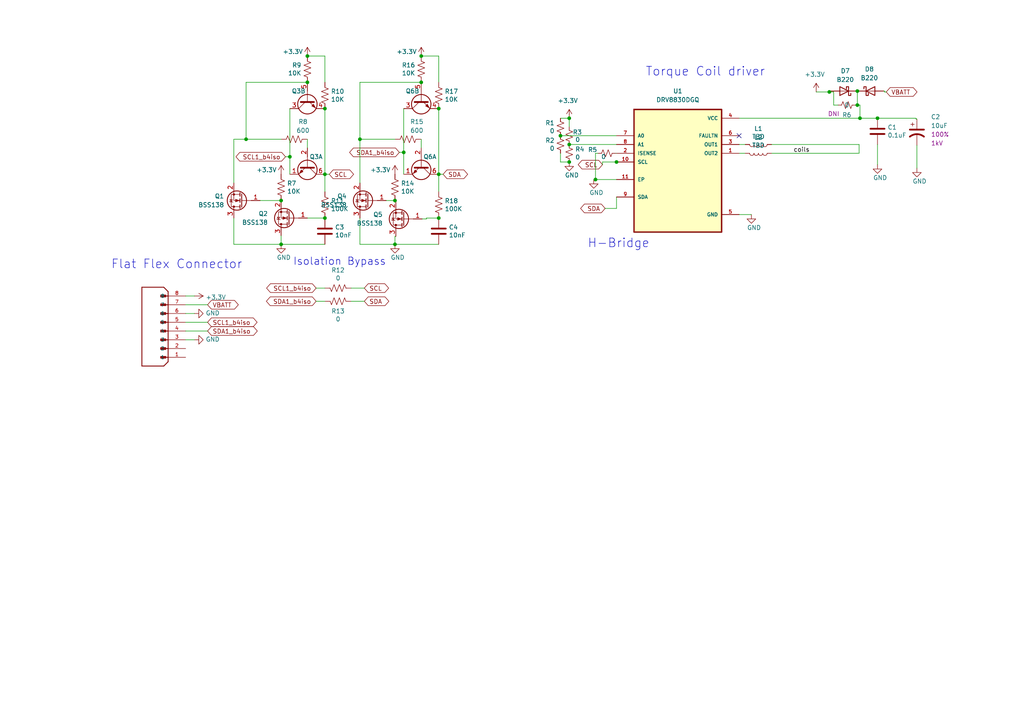
<source format=kicad_sch>
(kicad_sch (version 20230121) (generator eeschema)
  (paper "A4")
  (lib_symbols
    (symbol "Connector8_0530470810:0530470810" (pin_names (offset 1.016))
      (property "Reference" "J" (at 0 11.43 0))
      (property "Value" "0530470810" (at 0 -15.24 0))
      (symbol "0530470810_0_0"
        (polyline (pts (xy 0 -11.43) (xy 1.27 -12.7)) (stroke (width 0.254)))
        (polyline (pts (xy 0 -10.16) (xy 1.905 -10.16)) (stroke (width 0.254)))
        (polyline (pts (xy 0 -7.62) (xy 1.905 -7.62)) (stroke (width 0.254)))
        (polyline (pts (xy 0 -5.08) (xy 1.905 -5.08)) (stroke (width 0.254)))
        (polyline (pts (xy 0 -2.54) (xy 1.905 -2.54)) (stroke (width 0.254)))
        (polyline (pts (xy 0 0) (xy 1.905 0)) (stroke (width 0.254)))
        (polyline (pts (xy 0 2.54) (xy 1.905 2.54)) (stroke (width 0.254)))
        (polyline (pts (xy 0 5.08) (xy 1.905 5.08)) (stroke (width 0.254)))
        (polyline (pts (xy 0 7.62) (xy 0 -11.43)) (stroke (width 0.254)))
        (polyline (pts (xy 0 7.62) (xy 1.905 7.62)) (stroke (width 0.254)))
        (polyline (pts (xy 0 8.89) (xy 0 7.62)) (stroke (width 0.254)))
        (polyline (pts (xy 0 8.89) (xy 1.27 10.16)) (stroke (width 0.254)))
        (polyline (pts (xy 1.27 -12.7) (xy 7.62 -12.7)) (stroke (width 0.254)))
        (polyline (pts (xy 7.62 -12.7) (xy 7.62 10.16)) (stroke (width 0.254)))
        (polyline (pts (xy 7.62 10.16) (xy 1.27 10.16)) (stroke (width 0.254)))
        (rectangle (start 0.635 -10.4775) (end 2.2225 -9.8425) (stroke (width 0.1)) (fill (type outline)))
        (rectangle (start 0.635 -7.9375) (end 2.2225 -7.3025) (stroke (width 0.1)) (fill (type outline)))
        (rectangle (start 0.635 -5.3975) (end 2.2225 -4.7625) (stroke (width 0.1)) (fill (type outline)))
        (rectangle (start 0.635 -2.8575) (end 2.2225 -2.2225) (stroke (width 0.1)) (fill (type outline)))
        (rectangle (start 0.635 -0.3175) (end 2.2225 0.3175) (stroke (width 0.1)) (fill (type outline)))
        (rectangle (start 0.635 2.2225) (end 2.2225 2.8575) (stroke (width 0.1)) (fill (type outline)))
        (rectangle (start 0.635 4.7625) (end 2.2225 5.3975) (stroke (width 0.1)) (fill (type outline)))
        (rectangle (start 0.635 7.3025) (end 2.2225 7.9375) (stroke (width 0.1)) (fill (type outline)))
        (pin passive line (at -5.08 7.62 0) (length 5.08) (name "1") (number "1"))
        (pin passive line (at -5.08 5.08 0) (length 5.08) (name "2") (number "2"))
        (pin passive line (at -5.08 2.54 0) (length 5.08) (name "3") (number "3"))
        (pin passive line (at -5.08 0 0) (length 5.08) (name "4") (number "4"))
        (pin passive line (at -5.08 -2.54 0) (length 5.08) (name "5") (number "5"))
        (pin passive line (at -5.08 -5.08 0) (length 5.08) (name "6") (number "6"))
        (pin passive line (at -5.08 -7.62 0) (length 5.08) (name "7") (number "7"))
        (pin passive line (at -5.08 -10.16 0) (length 5.08) (name "8") (number "8"))
      )
    )
    (symbol "DRV8830DGQ:DRV8830DGQ" (pin_names (offset 1.016))
      (property "Reference" "U" (at -12.7 18.78 0))
      (property "Value" "DRV8830DGQ" (at -12.7 -21.78 0))
      (symbol "DRV8830DGQ_0_0"
        (rectangle (start -12.7 -17.78) (end 12.7 17.78) (stroke (width 0.41)) (fill (type background)))
        (pin output line (at 17.78 5.08 180) (length 5.08) (name "OUT2") (number "1"))
        (pin input line (at -17.78 2.54 0) (length 5.08) (name "SCL") (number "10"))
        (pin bidirectional line (at -17.78 -2.54 0) (length 5.08) (name "EP") (number "11"))
        (pin input line (at -17.78 5.08 0) (length 5.08) (name "ISENSE") (number "2"))
        (pin output line (at 17.78 7.62 180) (length 5.08) (name "OUT1") (number "3"))
        (pin power_in line (at 17.78 15.24 180) (length 5.08) (name "VCC") (number "4"))
        (pin power_in line (at 17.78 -12.7 180) (length 5.08) (name "GND") (number "5"))
        (pin output line (at 17.78 10.16 180) (length 5.08) (name "FAULTN") (number "6"))
        (pin input line (at -17.78 10.16 0) (length 5.08) (name "A0") (number "7"))
        (pin input line (at -17.78 7.62 0) (length 5.08) (name "A1") (number "8"))
        (pin bidirectional line (at -17.78 -7.62 0) (length 5.08) (name "SDA") (number "9"))
      )
    )
    (symbol "Device:C" (pin_numbers hide) (pin_names (offset 0.254))
      (property "Reference" "C" (at 0.635 2.54 0))
      (property "Value" "C" (at 0.635 -2.54 0))
      (symbol "C_0_1"
        (polyline (pts (xy -2.032 -0.762) (xy 2.032 -0.762)) (stroke (width 0.508)))
        (polyline (pts (xy -2.032 0.762) (xy 2.032 0.762)) (stroke (width 0.508)))
      )
      (symbol "C_1_1"
        (pin passive line (at 0 3.81 270) (length 2.794) (name "~") (number "1"))
        (pin passive line (at 0 -3.81 90) (length 2.794) (name "~") (number "2"))
      )
    )
    (symbol "Device:L" (pin_numbers hide) (pin_names (offset 1.016) hide)
      (property "Reference" "L" (at -1.27 0 90))
      (property "Value" "L" (at 1.905 0 90))
      (symbol "L_0_1"
        (arc (start 0 -2.54) (mid 0.6323 -1.905) (end 0 -1.27))
        (arc (start 0 -1.27) (mid 0.6323 -0.635) (end 0 0))
        (arc (start 0 0) (mid 0.6323 0.635) (end 0 1.27))
        (arc (start 0 1.27) (mid 0.6323 1.905) (end 0 2.54))
      )
      (symbol "L_1_1"
        (pin passive line (at 0 3.81 270) (length 1.27) (name "1") (number "1"))
        (pin passive line (at 0 -3.81 90) (length 1.27) (name "2") (number "2"))
      )
    )
    (symbol "Device:R_Small_US" (pin_numbers hide) (pin_names (offset 0.254) hide)
      (property "Reference" "R" (at 0.762 0.508 0))
      (property "Value" "R_Small_US" (at 0.762 -1.016 0))
      (symbol "R_Small_US_1_1"
        (polyline (pts (xy 0 0) (xy 1.016 -0.381) (xy 0 -0.762) (xy -1.016 -1.143) (xy 0 -1.524)))
        (polyline (pts (xy 0 1.524) (xy 1.016 1.143) (xy 0 0.762) (xy -1.016 0.381) (xy 0 0)))
        (pin passive line (at 0 2.54 270) (length 1.016) (name "~") (number "1"))
        (pin passive line (at 0 -2.54 90) (length 1.016) (name "~") (number "2"))
      )
    )
    (symbol "Device:R_US" (pin_numbers hide) (pin_names (offset 0))
      (property "Reference" "R" (at 2.54 0 90))
      (property "Value" "R_US" (at -2.54 0 90))
      (symbol "R_US_0_1"
        (polyline (pts (xy 0 -2.286) (xy 0 -2.54)))
        (polyline (pts (xy 0 2.286) (xy 0 2.54)))
        (polyline (pts (xy 0 -0.762) (xy 1.016 -1.143) (xy 0 -1.524) (xy -1.016 -1.905) (xy 0 -2.286)))
        (polyline (pts (xy 0 0.762) (xy 1.016 0.381) (xy 0 0) (xy -1.016 -0.381) (xy 0 -0.762)))
        (polyline (pts (xy 0 2.286) (xy 1.016 1.905) (xy 0 1.524) (xy -1.016 1.143) (xy 0 0.762)))
      )
      (symbol "R_US_1_1"
        (pin passive line (at 0 3.81 270) (length 1.27) (name "~") (number "1"))
        (pin passive line (at 0 -3.81 90) (length 1.27) (name "~") (number "2"))
      )
    )
    (symbol "Diode:B220" (pin_numbers hide) (pin_names (offset 1.016) hide)
      (property "Reference" "D" (at 0 2.54 0))
      (property "Value" "B220" (at 0 -2.54 0))
      (symbol "B220_0_1"
        (polyline (pts (xy 1.27 0) (xy -1.27 0)))
        (polyline (pts (xy 1.27 1.27) (xy 1.27 -1.27) (xy -1.27 0) (xy 1.27 1.27)) (stroke (width 0.254)))
        (polyline (pts (xy -1.905 0.635) (xy -1.905 1.27) (xy -1.27 1.27) (xy -1.27 -1.27) (xy -0.635 -1.27) (xy -0.635 -0.635)) (stroke (width 0.254)))
      )
      (symbol "B220_1_1"
        (pin passive line (at -3.81 0 0) (length 2.54) (name "K") (number "1"))
        (pin passive line (at 3.81 0 180) (length 2.54) (name "A") (number "2"))
      )
    )
    (symbol "SparkFun-Capacitor:C_Polarized" (pin_numbers hide) (pin_names (offset 0.254) hide)
      (property "Reference" "C" (at 0.635 2.54 0))
      (property "Value" "C_Polarized" (at 0.635 -2.54 0))
      (property "Tolerance" "100%" (at 0 -10.16 0))
      (property "Voltage" "1kV" (at 0 -7.62 0))
      (symbol "C_Polarized_0_1"
        (polyline (pts (xy -2.032 0.762) (xy 2.032 0.762)) (stroke (width 0.508)))
        (polyline (pts (xy -1.778 2.286) (xy -0.762 2.286)))
        (polyline (pts (xy -1.27 1.778) (xy -1.27 2.794)))
        (arc (start 2.032 -1.27) (mid 0 -0.5572) (end -2.032 -1.27) (stroke (width 0.508)))
      )
      (symbol "C_Polarized_1_1"
        (pin passive line (at 0 3.81 270) (length 2.794) (name "~") (number "1"))
        (pin passive line (at 0 -3.81 90) (length 3.302) (name "~") (number "2"))
      )
    )
    (symbol "Transistor_BJT:MBT2222ADW1T1" (pin_names (offset 0) hide)
      (property "Reference" "Q" (at 5.08 1.27 0))
      (property "Value" "MBT2222ADW1T1" (at 5.08 -1.27 0))
      (symbol "MBT2222ADW1T1_0_1"
        (polyline (pts (xy 0.635 0) (xy -2.54 0)))
        (polyline (pts (xy 0.635 0.635) (xy 2.54 2.54)))
        (polyline (pts (xy 0.635 -0.635) (xy 2.54 -2.54) (xy 2.54 -2.54)))
        (polyline (pts (xy 0.635 1.905) (xy 0.635 -1.905) (xy 0.635 -1.905)) (stroke (width 0.508)))
        (polyline (pts (xy 1.27 -1.778) (xy 1.778 -1.27) (xy 2.286 -2.286) (xy 1.27 -1.778) (xy 1.27 -1.778)) (fill (type outline)))
        (circle (center 1.27 0) (radius 2.8194) (stroke (width 0.254)))
      )
      (symbol "MBT2222ADW1T1_1_1"
        (pin passive line (at 2.54 -5.08 90) (length 2.54) (name "E1") (number "1"))
        (pin input line (at -5.08 0 0) (length 2.54) (name "B1") (number "2"))
        (pin passive line (at 2.54 5.08 270) (length 2.54) (name "C1") (number "6"))
      )
      (symbol "MBT2222ADW1T1_2_1"
        (pin passive line (at 2.54 5.08 270) (length 2.54) (name "C2") (number "3"))
        (pin passive line (at 2.54 -5.08 90) (length 2.54) (name "E2") (number "4"))
        (pin input line (at -5.08 0 0) (length 2.54) (name "B2") (number "5"))
      )
    )
    (symbol "Transistor_FET:BSS138" (pin_names hide)
      (property "Reference" "Q" (at 5.08 1.905 0))
      (property "Value" "BSS138" (at 5.08 0 0))
      (symbol "BSS138_0_1"
        (polyline (pts (xy 0.254 0) (xy -2.54 0)))
        (polyline (pts (xy 0.254 1.905) (xy 0.254 -1.905)) (stroke (width 0.254)))
        (polyline (pts (xy 0.762 -1.27) (xy 0.762 -2.286)) (stroke (width 0.254)))
        (polyline (pts (xy 0.762 0.508) (xy 0.762 -0.508)) (stroke (width 0.254)))
        (polyline (pts (xy 0.762 2.286) (xy 0.762 1.27)) (stroke (width 0.254)))
        (polyline (pts (xy 2.54 2.54) (xy 2.54 1.778)))
        (polyline (pts (xy 2.54 -2.54) (xy 2.54 0) (xy 0.762 0)))
        (polyline (pts (xy 0.762 -1.778) (xy 3.302 -1.778) (xy 3.302 1.778) (xy 0.762 1.778)))
        (polyline (pts (xy 1.016 0) (xy 2.032 0.381) (xy 2.032 -0.381) (xy 1.016 0)) (fill (type outline)))
        (polyline (pts (xy 2.794 0.508) (xy 2.921 0.381) (xy 3.683 0.381) (xy 3.81 0.254)))
        (polyline (pts (xy 3.302 0.381) (xy 2.921 -0.254) (xy 3.683 -0.254) (xy 3.302 0.381)))
        (circle (center 1.651 0) (radius 2.794) (stroke (width 0.254)))
        (circle (center 2.54 -1.778) (radius 0.254) (fill (type outline)))
        (circle (center 2.54 1.778) (radius 0.254) (fill (type outline)))
      )
      (symbol "BSS138_1_1"
        (pin input line (at -5.08 0 0) (length 2.54) (name "G") (number "1"))
        (pin passive line (at 2.54 -5.08 90) (length 2.54) (name "S") (number "2"))
        (pin passive line (at 2.54 5.08 270) (length 2.54) (name "D") (number "3"))
      )
    )
    (symbol "power:+3.3V" (power) (pin_names (offset 0))
      (property "Value" "+3.3V" (at 0 3.556 0))
      (symbol "+3.3V_0_1"
        (polyline (pts (xy -0.762 1.27) (xy 0 2.54)))
        (polyline (pts (xy 0 0) (xy 0 2.54)))
        (polyline (pts (xy 0 2.54) (xy 0.762 1.27)))
      )
      (symbol "+3.3V_1_1"
        (pin power_in line (at 0 0 90) (length 0) hide (name "+3.3V") (number "1"))
      )
    )
    (symbol "power:GND" (power) (pin_names (offset 0))
      (property "Value" "GND" (at 0 -3.81 0))
      (symbol "GND_0_1"
        (polyline (pts (xy 0 0) (xy 0 -1.27) (xy 1.27 -1.27) (xy 0 -2.54) (xy -1.27 -1.27) (xy 0 -1.27)))
      )
      (symbol "GND_1_1"
        (pin power_in line (at 0 0 270) (length 0) hide (name "GND") (number "1"))
      )
    )
  )
  (junction (at 162.56 39.37))
  (junction (at 81.534 70.866))
  (junction (at 81.534 58.166))
  (junction (at 114.554 70.866))
  (junction (at 89.154 16.256))
  (junction (at 117.094 44.196))
  (junction (at 84.074 45.466))
  (junction (at 127.254 63.246))
  (junction (at 71.374 40.386))
  (junction (at 165.1 41.91))
  (junction (at 94.234 50.546))
  (junction (at 127.254 50.546))
  (junction (at 114.554 58.166))
  (junction (at 122.174 16.256))
  (junction (at 122.174 23.876))
  (junction (at 178.816 46.99))
  (junction (at 249.428 34.29))
  (junction (at 94.234 31.496))
  (junction (at 165.1 46.99))
  (junction (at 104.394 40.386))
  (junction (at 127.254 31.496))
  (junction (at 248.666 26.416))
  (junction (at 172.72 52.07))
  (junction (at 240.538 26.67))
  (junction (at 254.508 34.29))
  (junction (at 94.234 63.246))
  (junction (at 89.154 23.876))
  (junction (at 165.1 34.29))
  (junction (at 248.666 30.48))
  (no_connect (at 214.376 39.37))
  (wire (pts (xy 104.394 23.876) (xy 122.174 23.876)))
  (wire (pts (xy 249.174 41.91) (xy 249.174 44.45)))
  (wire (pts (xy 175.514 60.452) (xy 178.816 60.452)))
  (wire (pts (xy 114.808 68.58) (xy 114.554 68.58)))
  (wire (pts (xy 254.508 41.91) (xy 254.508 47.752)))
  (wire (pts (xy 53.848 90.932) (xy 56.388 90.932)))
  (wire (pts (xy 256.54 26.416) (xy 256.54 26.67)))
  (wire (pts (xy 81.534 70.866) (xy 81.534 68.326)))
  (wire (pts (xy 248.158 30.48) (xy 248.666 30.48)))
  (wire (pts (xy 67.818 70.866) (xy 81.534 70.866)))
  (wire (pts (xy 162.56 46.99) (xy 165.1 46.99)))
  (wire (pts (xy 265.684 34.544) (xy 265.938 34.544)))
  (wire (pts (xy 127.254 16.256) (xy 122.174 16.256)))
  (wire (pts (xy 67.818 40.386) (xy 71.374 40.386)))
  (wire (pts (xy 214.376 41.91) (xy 216.154 41.91)))
  (wire (pts (xy 84.074 31.496) (xy 84.074 45.466)))
  (wire (pts (xy 223.774 41.91) (xy 249.174 41.91)))
  (wire (pts (xy 115.824 44.196) (xy 117.094 44.196)))
  (wire (pts (xy 174.752 46.99) (xy 174.752 47.752)))
  (wire (pts (xy 94.234 31.496) (xy 94.234 50.546)))
  (wire (pts (xy 128.524 50.546) (xy 127.254 50.546)))
  (wire (pts (xy 53.848 85.852) (xy 56.388 85.852)))
  (wire (pts (xy 172.72 52.07) (xy 178.816 52.07)))
  (wire (pts (xy 105.664 83.566) (xy 101.854 83.566)))
  (wire (pts (xy 84.074 45.466) (xy 84.074 50.546)))
  (wire (pts (xy 82.804 45.466) (xy 84.074 45.466)))
  (wire (pts (xy 214.376 62.23) (xy 217.932 62.23)))
  (wire (pts (xy 241.046 26.416) (xy 240.538 26.416)))
  (wire (pts (xy 104.394 53.086) (xy 104.394 40.386)))
  (wire (pts (xy 172.212 52.07) (xy 172.72 52.07)))
  (wire (pts (xy 122.428 63.5) (xy 123.698 63.5)))
  (wire (pts (xy 94.234 83.566) (xy 91.694 83.566)))
  (wire (pts (xy 53.848 93.472) (xy 60.198 93.472)))
  (wire (pts (xy 117.094 31.496) (xy 117.094 44.196)))
  (wire (pts (xy 165.1 41.91) (xy 178.816 41.91)))
  (wire (pts (xy 178.562 44.45) (xy 178.816 44.45)))
  (wire (pts (xy 114.554 58.166) (xy 112.014 58.166)))
  (wire (pts (xy 89.154 63.246) (xy 94.234 63.246)))
  (wire (pts (xy 214.376 34.29) (xy 249.428 34.29)))
  (wire (pts (xy 94.234 23.876) (xy 94.234 16.256)))
  (wire (pts (xy 53.848 88.392) (xy 60.198 88.392)))
  (wire (pts (xy 178.816 60.452) (xy 178.816 57.15)))
  (wire (pts (xy 162.56 44.45) (xy 162.56 46.99)))
  (wire (pts (xy 123.698 63.5) (xy 123.698 63.246)))
  (wire (pts (xy 127.254 31.496) (xy 127.254 50.546)))
  (wire (pts (xy 94.234 87.376) (xy 91.694 87.376)))
  (wire (pts (xy 53.848 98.552) (xy 56.388 98.552)))
  (wire (pts (xy 104.394 40.386) (xy 104.394 23.876)))
  (wire (pts (xy 114.554 40.386) (xy 104.394 40.386)))
  (wire (pts (xy 122.174 42.926) (xy 122.174 40.386)))
  (wire (pts (xy 240.538 26.416) (xy 240.538 26.67)))
  (wire (pts (xy 165.1 34.29) (xy 162.56 34.29)))
  (wire (pts (xy 71.374 23.876) (xy 71.374 40.386)))
  (wire (pts (xy 81.534 40.386) (xy 71.374 40.386)))
  (wire (pts (xy 95.504 50.546) (xy 94.234 50.546)))
  (wire (pts (xy 243.078 30.48) (xy 241.808 30.48)))
  (wire (pts (xy 127.254 55.626) (xy 127.254 50.546)))
  (wire (pts (xy 256.286 26.416) (xy 256.54 26.416)))
  (wire (pts (xy 214.376 44.45) (xy 216.154 44.45)))
  (wire (pts (xy 236.728 26.67) (xy 240.538 26.67)))
  (wire (pts (xy 53.848 96.012) (xy 60.198 96.012)))
  (wire (pts (xy 94.234 55.626) (xy 94.234 50.546)))
  (wire (pts (xy 162.56 39.37) (xy 178.816 39.37)))
  (wire (pts (xy 265.684 34.29) (xy 254.508 34.29)))
  (wire (pts (xy 240.538 26.67) (xy 241.808 26.67)))
  (wire (pts (xy 249.428 30.48) (xy 249.428 34.29)))
  (wire (pts (xy 241.808 30.48) (xy 241.808 26.67)))
  (wire (pts (xy 114.808 58.166) (xy 114.554 58.166)))
  (wire (pts (xy 75.438 58.166) (xy 81.534 58.166)))
  (wire (pts (xy 165.1 36.83) (xy 165.1 34.29)))
  (wire (pts (xy 89.154 42.926) (xy 89.154 40.386)))
  (wire (pts (xy 256.54 26.67) (xy 257.048 26.67)))
  (wire (pts (xy 127.254 70.866) (xy 114.554 70.866)))
  (wire (pts (xy 265.684 34.544) (xy 265.684 34.29)))
  (wire (pts (xy 81.534 70.866) (xy 94.234 70.866)))
  (wire (pts (xy 127.254 23.876) (xy 127.254 16.256)))
  (wire (pts (xy 71.374 23.876) (xy 89.154 23.876)))
  (wire (pts (xy 94.234 16.256) (xy 89.154 16.256)))
  (wire (pts (xy 105.664 87.376) (xy 101.854 87.376)))
  (wire (pts (xy 104.394 70.866) (xy 114.554 70.866)))
  (wire (pts (xy 114.808 58.42) (xy 114.808 58.166)))
  (wire (pts (xy 248.666 26.416) (xy 248.666 30.48)))
  (wire (pts (xy 178.816 46.99) (xy 174.752 46.99)))
  (wire (pts (xy 123.698 63.246) (xy 127.254 63.246)))
  (wire (pts (xy 248.666 30.48) (xy 249.428 30.48)))
  (wire (pts (xy 265.938 42.164) (xy 265.938 48.768)))
  (wire (pts (xy 172.72 44.45) (xy 172.72 52.07)))
  (wire (pts (xy 67.818 63.246) (xy 67.818 70.866)))
  (wire (pts (xy 172.72 44.45) (xy 173.482 44.45)))
  (wire (pts (xy 249.428 34.29) (xy 254.508 34.29)))
  (wire (pts (xy 117.094 44.196) (xy 117.094 50.546)))
  (wire (pts (xy 179.07 46.99) (xy 178.816 46.99)))
  (wire (pts (xy 249.174 44.45) (xy 223.774 44.45)))
  (wire (pts (xy 114.554 68.58) (xy 114.554 70.866)))
  (wire (pts (xy 104.394 63.246) (xy 104.394 70.866)))
  (wire (pts (xy 67.818 53.086) (xy 67.818 40.386)))
  (text "Flat Flex Connector" (at 70.358 78.232 0) (effects (font (size 2.54 2.54)) (justify right bottom)))
  (text "H-Bridge" (at 188.468 72.136 0) (effects (font (size 2.54 2.54)) (justify right bottom)))
  (text "Isolation Bypass" (at 112.014 77.216 0) (effects (font (size 2.159 2.159)) (justify right bottom)))
  (text "Torque Coil driver\n" (at 187.198 22.352 0) (effects (font (size 2.54 2.54)) (justify left bottom)))
  (label "coils" (at 230.124 44.45 0))
  (global_label "SCL1_b4iso" (shape bidirectional) (at 60.198 93.472 0) (property "Intersheetrefs" "${INTERSHEET_REFS}" (effects hide)))
  (global_label "SCL" (shape bidirectional) (at 95.504 50.546 0) (property "Intersheetrefs" "${INTERSHEET_REFS}" (effects hide)))
  (global_label "SDA1_b4iso" (shape bidirectional) (at 91.694 87.376 180) (property "Intersheetrefs" "${INTERSHEET_REFS}" (effects hide)))
  (global_label "VBATT" (shape bidirectional) (at 60.198 88.392 0) (property "Intersheetrefs" "${INTERSHEET_REFS}" (effects hide)))
  (global_label "SCL" (shape bidirectional) (at 174.752 47.752 180) (property "Intersheetrefs" "${INTERSHEET_REFS}" (effects hide)))
  (global_label "SCL1_b4iso" (shape bidirectional) (at 91.694 83.566 180) (property "Intersheetrefs" "${INTERSHEET_REFS}" (effects hide)))
  (global_label "SCL" (shape bidirectional) (at 105.664 83.566 0) (property "Intersheetrefs" "${INTERSHEET_REFS}" (effects hide)))
  (global_label "SDA" (shape bidirectional) (at 175.514 60.452 180) (property "Intersheetrefs" "${INTERSHEET_REFS}" (effects hide)))
  (global_label "SDA1_b4iso" (shape bidirectional) (at 60.198 96.012 0) (property "Intersheetrefs" "${INTERSHEET_REFS}" (effects hide)))
  (global_label "SCL1_b4iso" (shape bidirectional) (at 82.804 45.466 180) (property "Intersheetrefs" "${INTERSHEET_REFS}" (effects hide)))
  (global_label "SDA" (shape bidirectional) (at 128.524 50.546 0) (property "Intersheetrefs" "${INTERSHEET_REFS}" (effects hide)))
  (global_label "SDA1_b4iso" (shape bidirectional) (at 115.824 44.196 180) (property "Intersheetrefs" "${INTERSHEET_REFS}" (effects hide)))
  (global_label "VBATT" (shape bidirectional) (at 257.048 26.67 0) (property "Intersheetrefs" "${INTERSHEET_REFS}" (effects hide)))
  (global_label "SDA" (shape bidirectional) (at 105.664 87.376 0) (property "Intersheetrefs" "${INTERSHEET_REFS}" (effects hide)))
  (symbol (lib_id "Device:R_US") (at 127.254 59.436 180) (unit 1)
    (property "Reference" "R18" (at 128.9812 58.2676 0) (effects (justify right)))
    (property "Value" "100K" (at 128.9812 60.579 0) (effects (justify right)))
    (property "Footprint" "Resistor_SMD:R_0603_1608Metric" (effects hide))
  )
  (symbol (lib_id "power:GND") (at 172.212 52.07 0) (mirror y) (unit 1)
    (property "Reference" "#PWR03" (effects hide))
    (property "Value" "GND" (at 170.942 55.88 0) (effects (justify right)))
  )
  (symbol (lib_id "Device:R_US") (at 81.534 54.356 180) (unit 1)
    (property "Reference" "R7" (at 83.2612 53.1876 0) (effects (justify right)))
    (property "Value" "10K" (at 83.2612 55.499 0) (effects (justify right)))
    (property "Footprint" "Resistor_SMD:R_0603_1608Metric" (effects hide))
  )
  (symbol (lib_id "power:GND") (at 81.534 70.866 0) (mirror y) (unit 1)
    (property "Reference" "#PWR013" (effects hide))
    (property "Value" "GND" (at 80.264 74.676 0) (effects (justify right)))
  )
  (symbol (lib_id "power:GND") (at 56.388 98.552 90) (unit 1)
    (property "Reference" "#PWR011" (effects hide))
    (property "Value" "GND" (at 59.6392 98.425 90) (effects (justify right)))
  )
  (symbol (lib_id "Device:R_US") (at 122.174 20.066 0) (unit 1)
    (property "Reference" "R16" (at 120.4468 18.8976 0) (effects (justify right)))
    (property "Value" "10K" (at 120.4468 21.209 0) (effects (justify right)))
    (property "Footprint" "Resistor_SMD:R_0603_1608Metric" (effects hide))
  )
  (symbol (lib_id "Device:R_Small_US") (at 162.56 36.83 180) (unit 1)
    (property "Reference" "R1" (at 160.8582 35.6616 0) (effects (justify left)))
    (property "Value" "0" (at 160.8582 37.973 0) (effects (justify left)))
    (property "Footprint" "Resistor_SMD:R_0402_1005Metric" (effects hide))
  )
  (symbol (lib_id "power:+3.3V") (at 56.388 85.852 270) (unit 1)
    (property "Reference" "#PWR09" (effects hide))
    (property "Value" "+3.3V" (at 59.6392 86.233 90) (effects (justify left)))
  )
  (symbol (lib_id "Transistor_FET:BSS138") (at 117.348 63.5 180) (unit 1)
    (property "Reference" "Q5" (at 110.998 62.23 0) (effects (justify left)))
    (property "Value" "BSS138" (at 110.998 64.77 0) (effects (justify left)))
    (property "Footprint" "Package_TO_SOT_SMD:SOT-23" (effects hide))
    (property "Datasheet" "https://www.onsemi.com/pub/Collateral/BSS138-D.PDF" (effects hide))
  )
  (symbol (lib_id "Device:R_Small_US") (at 162.56 41.91 180) (unit 1)
    (property "Reference" "R2" (at 160.8582 40.7416 0) (effects (justify left)))
    (property "Value" "0" (at 160.8582 43.053 0) (effects (justify left)))
    (property "Footprint" "Resistor_SMD:R_0402_1005Metric" (effects hide))
  )
  (symbol (lib_id "SparkFun-Capacitor:C_Polarized") (at 265.938 38.354 0) (unit 1)
    (property "Reference" "C2" (at 270.002 33.909 0) (effects (justify left)))
    (property "Value" "10uF" (at 270.002 36.449 0) (effects (justify left)))
    (property "Footprint" "Capacitor_SMD:C_0805_2012Metric" (effects hide))
    (property "Datasheet" "[link text](https://cdn.sparkfun.com/assets/8/a/4/a/5/Kemet_Capacitor_Datasheet.pdf)" (effects hide))
    (property "PROD_ID" "CAP-00000" (effects hide))
    (property "Tolerance" "100%" (at 270.002 38.989 0) (effects (justify left)))
    (property "Voltage" "1kV" (at 270.002 41.529 0) (effects (justify left)))
  )
  (symbol (lib_id "Device:R_US") (at 114.554 54.356 180) (unit 1)
    (property "Reference" "R14" (at 116.2812 53.1876 0) (effects (justify right)))
    (property "Value" "10K" (at 116.2812 55.499 0) (effects (justify right)))
    (property "Footprint" "Resistor_SMD:R_0603_1608Metric" (effects hide))
  )
  (symbol (lib_id "Transistor_BJT:MBT2222ADW1T1") (at 89.154 48.006 270) (unit 1)
    (property "Reference" "Q3" (at 91.694 45.466 90))
    (property "Value" "MBT2222ADW1T1" (effects hide))
    (property "Footprint" "Package_TO_SOT_SMD:SOT-363_SC-70-6" (effects hide))
    (property "Datasheet" "http://www.onsemi.com/pub_link/Collateral/MBT2222ADW1T1-D.PDF" (effects hide))
  )
  (symbol (lib_id "Transistor_FET:BSS138") (at 106.934 58.166 180) (unit 1)
    (property "Reference" "Q4" (at 100.584 56.896 0) (effects (justify left)))
    (property "Value" "BSS138" (at 100.584 59.436 0) (effects (justify left)))
    (property "Footprint" "Package_TO_SOT_SMD:SOT-23" (effects hide))
    (property "Datasheet" "https://www.onsemi.com/pub/Collateral/BSS138-D.PDF" (effects hide))
  )
  (symbol (lib_id "power:GND") (at 217.932 62.23 0) (mirror y) (unit 1)
    (property "Reference" "#PWR05" (effects hide))
    (property "Value" "GND" (at 216.662 66.04 0) (effects (justify right)))
  )
  (symbol (lib_id "Transistor_BJT:MBT2222ADW1T1") (at 89.154 28.956 90) (mirror x) (unit 2)
    (property "Reference" "Q3" (at 86.614 26.416 90))
    (property "Value" "MBT2222ADW1T1" (effects hide))
    (property "Footprint" "Package_TO_SOT_SMD:SOT-363_SC-70-6" (effects hide))
    (property "Datasheet" "http://www.onsemi.com/pub_link/Collateral/MBT2222ADW1T1-D.PDF" (effects hide))
  )
  (symbol (lib_id "power:GND") (at 165.1 46.99 0) (mirror y) (unit 1)
    (property "Reference" "#PWR02" (effects hide))
    (property "Value" "GND" (at 163.83 50.8 0) (effects (justify right)))
  )
  (symbol (lib_id "Device:R_US") (at 85.344 40.386 90) (unit 1)
    (property "Reference" "R8" (at 87.884 35.306 90))
    (property "Value" "600" (at 87.884 37.846 90))
    (property "Footprint" "Resistor_SMD:R_0603_1608Metric" (effects hide))
  )
  (symbol (lib_id "Device:R_Small_US") (at 176.022 44.45 270) (unit 1)
    (property "Reference" "R5" (at 173.228 43.434 90) (effects (justify right)))
    (property "Value" "0" (at 175.768 45.466 90) (effects (justify right)))
    (property "Footprint" "Resistor_SMD:R_0402_1005Metric" (effects hide))
  )
  (symbol (lib_id "power:+3.3V") (at 165.1 34.29 0) (mirror y) (unit 1)
    (property "Reference" "#PWR01" (effects hide))
    (property "Value" "+3.3V" (at 167.64 29.21 0) (effects (justify left)))
  )
  (symbol (lib_id "power:GND") (at 114.554 70.866 0) (mirror y) (unit 1)
    (property "Reference" "#PWR016" (effects hide))
    (property "Value" "GND" (at 113.284 74.676 0) (effects (justify right)))
  )
  (symbol (lib_id "power:GND") (at 254.508 47.752 0) (mirror y) (unit 1)
    (property "Reference" "#PWR07" (effects hide))
    (property "Value" "GND" (at 253.238 51.562 0) (effects (justify right)))
  )
  (symbol (lib_id "Device:R_Small_US") (at 165.1 44.45 180) (unit 1)
    (property "Reference" "R4" (at 166.8272 43.2816 0) (effects (justify right)))
    (property "Value" "0" (at 166.8272 45.593 0) (effects (justify right)))
    (property "Footprint" "Resistor_SMD:R_0402_1005Metric" (effects hide))
  )
  (symbol (lib_id "Device:L") (at 219.964 44.45 270) (unit 1)
    (property "Reference" "L2" (at 219.964 39.8526 90))
    (property "Value" "TBD" (at 219.964 42.164 90))
    (property "Footprint" "Inductor_SMD:L_0603_1608Metric" (effects hide))
  )
  (symbol (lib_id "Device:R_Small_US") (at 165.1 39.37 180) (unit 1)
    (property "Reference" "R3" (at 166.116 38.354 0) (effects (justify right)))
    (property "Value" "0" (at 166.8272 40.513 0) (effects (justify right)))
    (property "Footprint" "Resistor_SMD:R_0402_1005Metric" (effects hide))
  )
  (symbol (lib_id "Transistor_FET:BSS138") (at 84.074 63.246 180) (unit 1)
    (property "Reference" "Q2" (at 77.724 61.976 0) (effects (justify left)))
    (property "Value" "BSS138" (at 77.724 64.516 0) (effects (justify left)))
    (property "Footprint" "Package_TO_SOT_SMD:SOT-23" (effects hide))
    (property "Datasheet" "https://www.onsemi.com/pub/Collateral/BSS138-D.PDF" (effects hide))
  )
  (symbol (lib_id "Diode:B220") (at 252.476 26.416 0) (unit 1)
    (property "Reference" "D8" (at 252.1585 20.066 0))
    (property "Value" "B220" (at 252.1585 22.606 0))
    (property "Footprint" "Diode_SMD:D_SMB" (effects hide))
    (property "Datasheet" "http://www.jameco.com/Jameco/Products/ProdDS/1538777.pdf" (effects hide))
  )
  (symbol (lib_id "DRV8830DGQ:DRV8830DGQ") (at 196.596 49.53 0) (unit 1)
    (property "Reference" "U1" (at 196.596 26.416 0))
    (property "Value" "DRV8830DGQ" (at 196.596 28.956 0))
    (property "Footprint" "DRV8830DGQ:IC_XTR111AIDGQR" (effects hide))
    (property "MF" "Texas Instruments" (effects hide))
    (property "Description" "\n7-V, 1-A H-bridge motor driver with speed regulation and I2C control\n" (effects hide))
    (property "Package" "HVSSOP-10 Texas Instruments" (effects hide))
    (property "Price" "None" (effects hide))
    (property "SnapEDA_Link" "https://www.snapeda.com/parts/DRV8830DGQ/Texas+Instruments/view-part/?ref=snap" (effects hide))
    (property "MP" "DRV8830DGQ" (effects hide))
    (property "Purchase-URL" "https://www.snapeda.com/api/url_track_click_mouser/?unipart_id=44532&manufacturer=Texas Instruments&part_name=DRV8830DGQ&search_term=drv8830" (effects hide))
    (property "Availability" "In Stock" (effects hide))
    (property "Check_prices" "https://www.snapeda.com/parts/DRV8830DGQ/Texas+Instruments/view-part/?ref=eda" (effects hide))
  )
  (symbol (lib_id "power:+3.3V") (at 236.728 26.67 0) (mirror y) (unit 1)
    (property "Reference" "#PWR06" (effects hide))
    (property "Value" "+3.3V" (at 239.268 21.59 0) (effects (justify left)))
  )
  (symbol (lib_id "Transistor_FET:BSS138") (at 70.358 58.166 180) (unit 1)
    (property "Reference" "Q1" (at 65.024 56.896 0) (effects (justify left)))
    (property "Value" "BSS138" (at 65.024 59.436 0) (effects (justify left)))
    (property "Footprint" "Package_TO_SOT_SMD:SOT-23" (effects hide))
    (property "Datasheet" "https://www.onsemi.com/pub/Collateral/BSS138-D.PDF" (effects hide))
  )
  (symbol (lib_id "power:+3.3V") (at 114.554 50.546 0) (mirror y) (unit 1)
    (property "Reference" "#PWR015" (effects hide))
    (property "Value" "+3.3V" (at 113.284 49.276 0) (effects (justify left)))
  )
  (symbol (lib_id "power:+3.3V") (at 81.534 50.546 0) (mirror y) (unit 1)
    (property "Reference" "#PWR012" (effects hide))
    (property "Value" "+3.3V" (at 80.264 49.276 0) (effects (justify left)))
  )
  (symbol (lib_id "Device:R_Small_US") (at 245.618 30.48 90) (unit 1)
    (property "Reference" "R6" (at 245.618 33.3502 90))
    (property "Value" "0" (at 245.618 30.48 90))
    (property "Footprint" "Resistor_SMD:R_0603_1608Metric" (effects hide))
    (property "DNI" "DNI" (at 241.808 33.02 90))
  )
  (symbol (lib_id "Device:C") (at 127.254 67.056 0) (unit 1)
    (property "Reference" "C4" (at 130.175 65.913 0) (effects (justify left)))
    (property "Value" "10nF" (at 130.175 68.199 0) (effects (justify left)))
    (property "Footprint" "Capacitor_SMD:C_0603_1608Metric" (effects hide))
  )
  (symbol (lib_id "Diode:B220") (at 244.856 26.416 180) (unit 1)
    (property "Reference" "D7" (at 245.1735 20.574 0))
    (property "Value" "B220" (at 245.1735 23.114 0))
    (property "Footprint" "Diode_SMD:D_SMB" (effects hide))
    (property "Datasheet" "http://www.jameco.com/Jameco/Products/ProdDS/1538777.pdf" (effects hide))
  )
  (symbol (lib_id "Connector8_0530470810:0530470810") (at 48.768 96.012 180) (unit 1)
    (property "Reference" "J1" (effects hide))
    (property "Value" "0530470810" (effects hide))
    (property "Footprint" "0530470810:MOLEX_0530470810" (effects hide))
    (property "MF" "Molex" (effects hide))
    (property "MAXIMUM_PACKAGE_HEIGHT" "4.2 mm" (effects hide))
    (property "Package" "None" (effects hide))
    (property "Price" "None" (effects hide))
    (property "Check_prices" "https://www.snapeda.com/parts/0530470810/Molex/view-part/?ref=eda" (effects hide))
    (property "STANDARD" "Manufacturer Recommendations" (effects hide))
    (property "PARTREV" "B" (effects hide))
    (property "SnapEDA_Link" "https://www.snapeda.com/parts/0530470810/Molex/view-part/?ref=snap" (effects hide))
    (property "MP" "0530470810" (effects hide))
    (property "Purchase-URL" "https://www.snapeda.com/api/url_track_click_mouser/?unipart_id=625510&manufacturer=Molex&part_name=0530470810&search_term=connector 8" (effects hide))
    (property "Description" "\nPicoblade Connector, 8 Circuit Single Row, Vertical Throughole PCB\n" (effects hide))
    (property "Availability" "In Stock" (effects hide))
    (property "MANUFACTURER" "Molex" (effects hide))
  )
  (symbol (lib_id "power:GND") (at 56.388 90.932 90) (unit 1)
    (property "Reference" "#PWR010" (effects hide))
    (property "Value" "GND" (at 59.6392 90.805 90) (effects (justify right)))
  )
  (symbol (lib_id "Transistor_BJT:MBT2222ADW1T1") (at 122.174 28.956 90) (mirror x) (unit 2)
    (property "Reference" "Q6" (at 119.634 26.416 90))
    (property "Value" "MBT2222ADW1T1" (effects hide))
    (property "Footprint" "Package_TO_SOT_SMD:SOT-363_SC-70-6" (effects hide))
    (property "Datasheet" "http://www.onsemi.com/pub_link/Collateral/MBT2222ADW1T1-D.PDF" (effects hide))
  )
  (symbol (lib_id "power:+3.3V") (at 122.174 16.256 0) (mirror y) (unit 1)
    (property "Reference" "#PWR017" (effects hide))
    (property "Value" "+3.3V" (at 120.904 14.986 0) (effects (justify left)))
  )
  (symbol (lib_id "Device:C") (at 94.234 67.056 0) (unit 1)
    (property "Reference" "C3" (at 97.155 65.913 0) (effects (justify left)))
    (property "Value" "10nF" (at 97.155 68.199 0) (effects (justify left)))
    (property "Footprint" "Capacitor_SMD:C_0603_1608Metric" (effects hide))
  )
  (symbol (lib_id "Device:R_US") (at 98.044 83.566 90) (mirror x) (unit 1)
    (property "Reference" "R12" (at 98.044 78.359 90))
    (property "Value" "0" (at 98.044 80.6704 90))
    (property "Footprint" "Resistor_SMD:R_0603_1608Metric" (effects hide))
  )
  (symbol (lib_id "Device:R_US") (at 118.364 40.386 270) (unit 1)
    (property "Reference" "R15" (at 120.904 35.306 90))
    (property "Value" "600" (at 120.904 37.846 90))
    (property "Footprint" "Resistor_SMD:R_0603_1608Metric" (effects hide))
  )
  (symbol (lib_id "Device:R_US") (at 127.254 27.686 180) (unit 1)
    (property "Reference" "R17" (at 128.9812 26.5176 0) (effects (justify right)))
    (property "Value" "10K" (at 128.9812 28.829 0) (effects (justify right)))
    (property "Footprint" "Resistor_SMD:R_0402_1005Metric" (effects hide))
  )
  (symbol (lib_id "Device:R_US") (at 94.234 59.436 180) (unit 1)
    (property "Reference" "R11" (at 95.9612 58.2676 0) (effects (justify right)))
    (property "Value" "100K" (at 95.9612 60.579 0) (effects (justify right)))
    (property "Footprint" "Resistor_SMD:R_0603_1608Metric" (effects hide))
  )
  (symbol (lib_id "Device:R_US") (at 98.044 87.376 90) (mirror x) (unit 1)
    (property "Reference" "R13" (at 98.044 90.2462 90))
    (property "Value" "0" (at 98.044 92.5576 90))
    (property "Footprint" "Resistor_SMD:R_0603_1608Metric" (effects hide))
  )
  (symbol (lib_id "Transistor_BJT:MBT2222ADW1T1") (at 122.174 48.006 270) (unit 1)
    (property "Reference" "Q6" (at 124.714 45.466 90))
    (property "Value" "MBT2222ADW1T1" (effects hide))
    (property "Footprint" "Package_TO_SOT_SMD:SOT-363_SC-70-6" (effects hide))
    (property "Datasheet" "http://www.onsemi.com/pub_link/Collateral/MBT2222ADW1T1-D.PDF" (effects hide))
  )
  (symbol (lib_id "power:GND") (at 265.938 48.768 0) (mirror y) (unit 1)
    (property "Reference" "#PWR08" (effects hide))
    (property "Value" "GND" (at 264.668 52.578 0) (effects (justify right)))
  )
  (symbol (lib_id "Device:R_US") (at 89.154 20.066 0) (unit 1)
    (property "Reference" "R9" (at 87.4268 18.8976 0) (effects (justify right)))
    (property "Value" "10K" (at 87.4268 21.209 0) (effects (justify right)))
    (property "Footprint" "Resistor_SMD:R_0603_1608Metric" (effects hide))
  )
  (symbol (lib_id "Device:R_US") (at 94.234 27.686 180) (unit 1)
    (property "Reference" "R10" (at 95.9612 26.5176 0) (effects (justify right)))
    (property "Value" "10K" (at 95.9612 28.829 0) (effects (justify right)))
    (property "Footprint" "Resistor_SMD:R_0402_1005Metric" (effects hide))
  )
  (symbol (lib_id "Device:C") (at 254.508 38.1 0) (unit 1)
    (property "Reference" "C1" (at 257.429 36.9316 0) (effects (justify left)))
    (property "Value" "0.1uF" (at 257.429 39.243 0) (effects (justify left)))
    (property "Footprint" "Capacitor_SMD:C_0402_1005Metric" (effects hide))
  )
  (symbol (lib_id "Device:L") (at 219.964 41.91 270) (unit 1)
    (property "Reference" "L1" (at 219.964 37.3126 90))
    (property "Value" "TBD" (at 219.964 39.624 90))
    (property "Footprint" "Inductor_SMD:L_0603_1608Metric" (effects hide))
  )
  (symbol (lib_id "power:+3.3V") (at 89.154 16.256 0) (mirror y) (unit 1)
    (property "Reference" "#PWR014" (effects hide))
    (property "Value" "+3.3V" (at 87.884 14.986 0) (effects (justify left)))
  )
)
</source>
